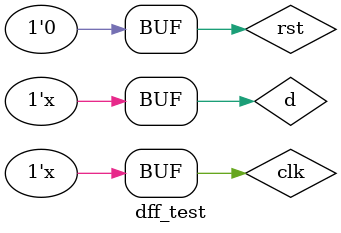
<source format=v>
`timescale 1ns / 1ps

module dff_test;

	// Inputs
	reg d;
	// Outputs
	wire q;   //we want a waveform from q ,so here at test bench q should be defined as wire.
	wire q_bar;
	reg clk,rst;

	// Instantiate the Unit Under Test (UUT)
	dff uut (
		.q(q), 
		.q_bar(q_bar), 
		.rst(rst),
		.clk(clk),
		.d(d)
	);

	initial begin
		// Initialize Inputs
		d = 0;
      clk = 0;
		rst = 0 ;
		// Wait 100 ns for global reset to finish
		#100;
		 d = 1; 
		// Add stimulus here
	end
	always begin
	  #1 d = ~d ;
	  #5 clk = ~clk;
	  end 		 
endmodule

</source>
